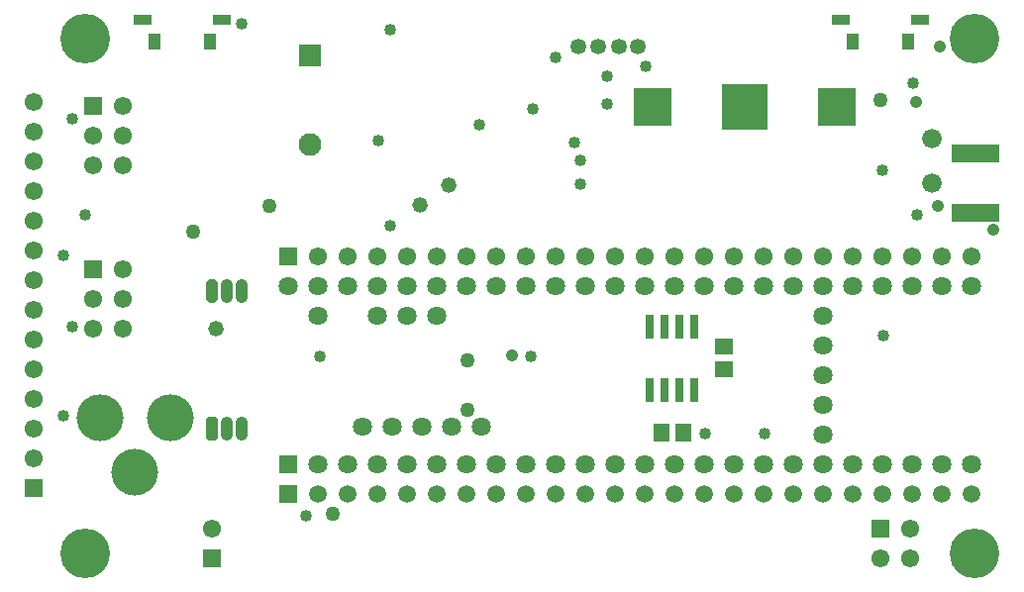
<source format=gbs>
G04 DipTrace 3.0.0.2*
G04 Teensy3.6TouchDisplayLoRa.gbs*
%MOIN*%
G04 #@! TF.FileFunction,Soldermask,Bot*
G04 #@! TF.Part,Single*
%AMOUTLINE1*
4,1,4,
-0.0185,0.026,
-0.0185,-0.026,
0.0185,-0.026,
0.0185,0.026,
-0.0185,0.026,
0*%
%AMOUTLINE3*
4,1,4,
0.0285,0.0155,
-0.0285,0.0155,
-0.0285,-0.0155,
0.0285,-0.0155,
0.0285,0.0155,
0*%
%AMOUTLINE4*
4,1,8,
-0.019685,-0.029528,
-0.009843,-0.03937,
0.009843,-0.03937,
0.019685,-0.029528,
0.019685,0.029528,
0.009843,0.03937,
-0.009843,0.03937,
-0.019685,0.029528,
-0.019685,-0.029528,
0*%
%AMOUTLINE5*
4,1,8,
-0.020685,-0.029942,
-0.010257,-0.04037,
0.010257,-0.04037,
0.020685,-0.029942,
0.020685,0.029942,
0.010257,0.04037,
-0.010257,0.04037,
-0.020685,0.029942,
-0.020685,-0.029942,
0*%
%AMOUTLINE9*
4,1,4,
0.08,-0.03,
0.08,0.03,
-0.08,0.03,
-0.08,-0.03,
0.08,-0.03,
0*%
%ADD13C,0.04*%
%ADD29C,0.05*%
%ADD31C,0.066*%
%ADD36C,0.15748*%
%ADD37R,0.059055X0.059055*%
%ADD38C,0.059055*%
%ADD40C,0.05315*%
%ADD46R,0.064173X0.064173*%
%ADD47C,0.064173*%
%ADD53R,0.156X0.156*%
%ADD54R,0.125X0.125*%
%ADD64C,0.167*%
%ADD66C,0.042*%
%ADD68C,0.052*%
%ADD80R,0.025622X0.08074*%
%ADD86C,0.076803*%
%ADD88R,0.076803X0.076803*%
%ADD90O,0.04137X0.08074*%
%ADD96C,0.061055*%
%ADD98R,0.061055X0.061055*%
%ADD104R,0.061055X0.053181*%
%ADD106R,0.053181X0.061055*%
%ADD114OUTLINE1*%
%ADD116OUTLINE3*%
%ADD117OUTLINE4*%
%ADD118OUTLINE5*%
%ADD122OUTLINE9*%
%FSLAX26Y26*%
G04*
G70*
G90*
G75*
G01*
G04 BotMask*
%LPD*%
D68*
X1793583Y1685209D3*
X1892630Y1751251D3*
X1106126Y1268701D3*
D66*
X2106021Y1175954D3*
X3724601Y1599824D3*
X3537121Y1681066D3*
X3465903Y2031122D3*
X3543370Y2218509D3*
D64*
X3661418Y511811D3*
X669292D3*
Y2244095D3*
X3661418D3*
D13*
X2249756Y2181013D3*
X1193617Y2293502D3*
X1656068Y1899793D3*
X1693701Y2273701D3*
X3349641Y1799803D3*
X1693701Y1613701D3*
D29*
X3343391Y2037278D3*
D13*
X2753701Y913701D3*
X2953701D3*
X593701Y1513701D3*
X2313701Y1893701D3*
X2424738Y2024780D3*
Y2118520D3*
X1456089Y1174869D3*
X3468378Y1649819D3*
X2555974Y2149767D3*
X2168515Y1174869D3*
X2333701Y1833701D3*
Y1753701D3*
X2174764Y2006032D3*
X1993701Y1953701D3*
X3455879Y2093523D3*
X3355890Y1243612D3*
X668672Y1649819D3*
D29*
X1499835Y643675D3*
X1953701Y993701D3*
X1956037Y1162370D3*
X1031134Y1593575D3*
X1287357Y1681066D3*
D13*
X1412344Y637425D3*
X624927Y1974785D3*
Y1274858D3*
X593701Y973701D3*
D31*
X3518701Y1756200D3*
D104*
X2818701Y1206103D3*
Y1131299D3*
D31*
X3518701Y1906200D3*
D36*
X953071Y968701D3*
X716851D3*
X834961Y783662D3*
D98*
X493701Y731701D3*
D96*
Y831701D3*
Y931701D3*
Y1031701D3*
Y1131701D3*
Y1231701D3*
Y1331701D3*
Y1431701D3*
Y1531701D3*
Y1631701D3*
Y1731701D3*
Y1831701D3*
Y1931701D3*
Y2031701D3*
D98*
X1093701Y493701D3*
D96*
Y593701D3*
D98*
X3343701D3*
D96*
X3443701D3*
X3343701Y493701D3*
X3443701D3*
D40*
X2528701Y2218701D3*
X2463701D3*
X2393701D3*
X2328701D3*
D98*
X693701Y1468701D3*
D96*
X793701D3*
X693701Y1368701D3*
X793701D3*
X693701Y1268701D3*
X793701D3*
D98*
X693701Y2018701D3*
D96*
X793701D3*
X693701Y1918701D3*
X793701D3*
X693701Y1818701D3*
X793701D3*
D114*
X3251211Y2233701D3*
X3436211D3*
D116*
X3210711Y2308201D3*
X3476711D3*
D118*
X1093701Y931145D3*
D90*
X1143701D3*
X1193701D3*
D117*
X1093701Y1393701D3*
D90*
X1143701D3*
X1193701D3*
D106*
X2681103Y918701D3*
X2606299D3*
D114*
X902378Y2233701D3*
X1087378D3*
D116*
X861878Y2308201D3*
X1127878D3*
D88*
X1424945Y2187055D3*
D86*
Y1887843D3*
D37*
X1349950Y712454D3*
D38*
X1449950D3*
X1549950D3*
X1649950D3*
X1749950D3*
X1849950D3*
X1949950D3*
X2049950D3*
X2149950D3*
X2249950D3*
X2349950D3*
X2449950D3*
X2549950D3*
X2649950D3*
X2749950D3*
X2849950D3*
X2949950D3*
X3049950D3*
X3149950D3*
X3249950D3*
X3349950D3*
X3449950D3*
X3549950D3*
X3649950D3*
D46*
X1349950Y812454D3*
D47*
X1449950D3*
X1549950D3*
X1649950D3*
X1749950D3*
X1849950D3*
X1949950D3*
X2049950D3*
X2149950D3*
X2249950D3*
X2349950D3*
X2449950D3*
X2549950D3*
X2649950D3*
X2749950D3*
X2849950D3*
X2949950D3*
X3049950D3*
X3149950D3*
X3249950D3*
X3349950D3*
X3449950D3*
X3549950D3*
X3649950D3*
X3149950Y912454D3*
Y1012454D3*
Y1112454D3*
Y1212454D3*
Y1312454D3*
Y1412454D3*
X3249950D3*
X3349950D3*
X3449950D3*
X3549950D3*
X3649950D3*
X3049950D3*
X2949950D3*
X2849950D3*
X2749950D3*
X2649950D3*
X2549950D3*
X2449950D3*
X2349950D3*
X2249950D3*
X2149950D3*
X2049950D3*
X1949950D3*
X1849950D3*
X1749950D3*
X1649950D3*
X1549950D3*
X1449950D3*
X1349950D3*
X1449950Y1312454D3*
X1649950D3*
X1749950D3*
X1849950D3*
X1599950Y937454D3*
X1699950D3*
X1799950D3*
X1899950D3*
X1999950D3*
D80*
X2718701Y1062402D3*
X2668701D3*
X2618701D3*
X2568701D3*
Y1275000D3*
X2618701D3*
X2668701D3*
X2718701D3*
D53*
X2887457Y2013692D3*
D54*
X3197457D3*
X2577457D3*
D98*
X1349950Y1512454D3*
D96*
X1449950D3*
X1549950D3*
X1649950D3*
X1749950D3*
X1849950D3*
X1949950D3*
X2049950D3*
X2149950D3*
X2249950D3*
X2349950D3*
X2449950D3*
X2549950D3*
X2649950D3*
X2749950D3*
X2849950D3*
X2949950D3*
X3049950D3*
X3149950D3*
X3249950D3*
X3349950D3*
X3449950D3*
X3549950D3*
X3649950D3*
D122*
X3663702Y1656200D3*
Y1856200D3*
M02*

</source>
